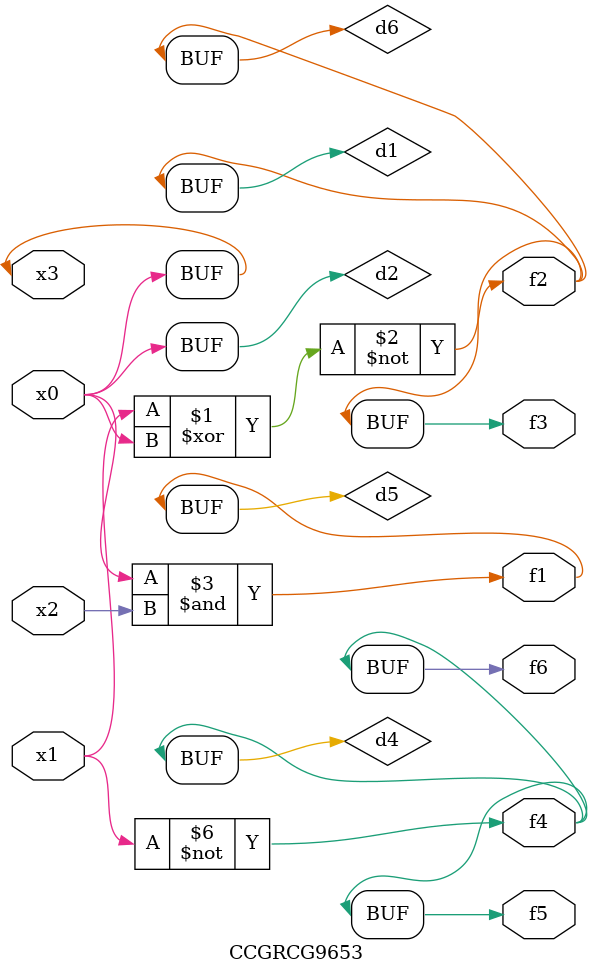
<source format=v>
module CCGRCG9653(
	input x0, x1, x2, x3,
	output f1, f2, f3, f4, f5, f6
);

	wire d1, d2, d3, d4, d5, d6;

	xnor (d1, x1, x3);
	buf (d2, x0, x3);
	nand (d3, x0, x2);
	not (d4, x1);
	nand (d5, d3);
	or (d6, d1);
	assign f1 = d5;
	assign f2 = d6;
	assign f3 = d6;
	assign f4 = d4;
	assign f5 = d4;
	assign f6 = d4;
endmodule

</source>
